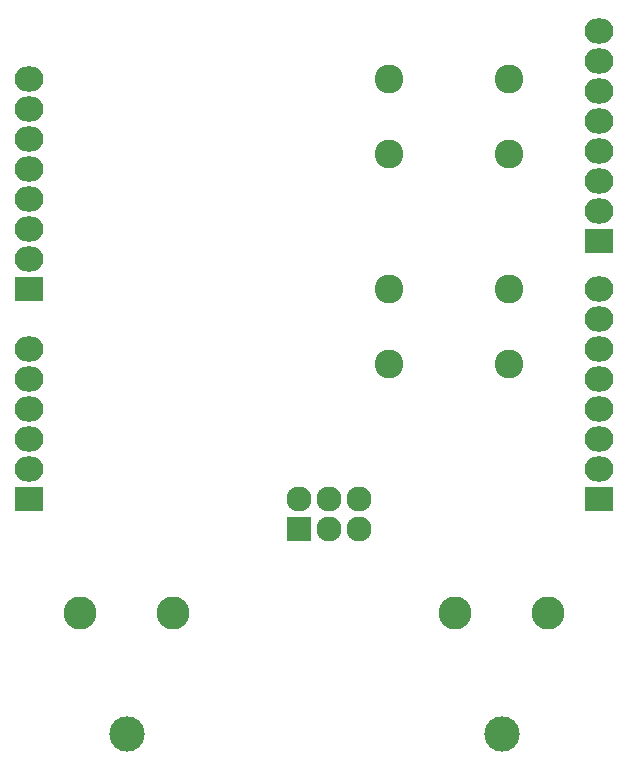
<source format=gbs>
G04 #@! TF.FileFunction,Soldermask,Bot*
%FSLAX46Y46*%
G04 Gerber Fmt 4.6, Leading zero omitted, Abs format (unit mm)*
G04 Created by KiCad (PCBNEW 4.0.2-stable) date Tue 01 Mar 2016 08:06:50 PM CST*
%MOMM*%
G01*
G04 APERTURE LIST*
%ADD10C,0.100000*%
%ADD11R,2.432000X2.127200*%
%ADD12O,2.432000X2.127200*%
%ADD13R,2.127200X2.127200*%
%ADD14O,2.127200X2.127200*%
%ADD15C,2.432000*%
%ADD16C,2.800000*%
%ADD17C,3.000000*%
G04 APERTURE END LIST*
D10*
D11*
X104140000Y-83820000D03*
D12*
X104140000Y-81280000D03*
X104140000Y-78740000D03*
X104140000Y-76200000D03*
X104140000Y-73660000D03*
X104140000Y-71120000D03*
X104140000Y-68580000D03*
X104140000Y-66040000D03*
D11*
X104140000Y-101600000D03*
D12*
X104140000Y-99060000D03*
X104140000Y-96520000D03*
X104140000Y-93980000D03*
X104140000Y-91440000D03*
X104140000Y-88900000D03*
D13*
X127000000Y-104140000D03*
D14*
X127000000Y-101600000D03*
X129540000Y-104140000D03*
X129540000Y-101600000D03*
X132080000Y-104140000D03*
X132080000Y-101600000D03*
D11*
X152400000Y-79756000D03*
D12*
X152400000Y-77216000D03*
X152400000Y-74676000D03*
X152400000Y-72136000D03*
X152400000Y-69596000D03*
X152400000Y-67056000D03*
X152400000Y-64516000D03*
X152400000Y-61976000D03*
D11*
X152400000Y-101600000D03*
D12*
X152400000Y-99060000D03*
X152400000Y-96520000D03*
X152400000Y-93980000D03*
X152400000Y-91440000D03*
X152400000Y-88900000D03*
X152400000Y-86360000D03*
X152400000Y-83820000D03*
D15*
X134620000Y-66040000D03*
X144780000Y-66040000D03*
X134620000Y-72390000D03*
X144780000Y-72390000D03*
X134620000Y-83820000D03*
X144780000Y-83820000D03*
X134620000Y-90170000D03*
X144780000Y-90170000D03*
D16*
X116345000Y-111236000D03*
X108445000Y-111236000D03*
D17*
X112395000Y-121486000D03*
D16*
X148095000Y-111236000D03*
X140195000Y-111236000D03*
D17*
X144145000Y-121486000D03*
M02*

</source>
